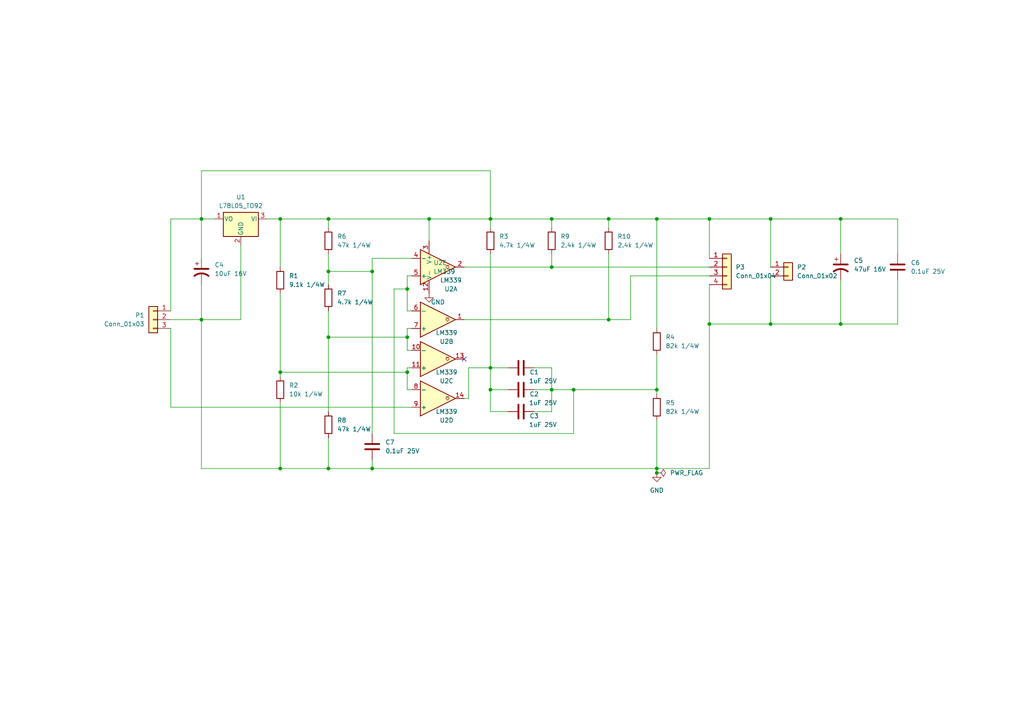
<source format=kicad_sch>
(kicad_sch (version 20230121) (generator eeschema)

  (uuid e4ab5cfb-7f74-4eb9-819c-2a3d7751ffe7)

  (paper "A4")

  (title_block
    (title "MagSense-SR")
    (rev "A")
  )

  (lib_symbols
    (symbol "Comparator:LM339" (pin_names (offset 0.127)) (in_bom yes) (on_board yes)
      (property "Reference" "U" (at 0 5.08 0)
        (effects (font (size 1.27 1.27)) (justify left))
      )
      (property "Value" "LM339" (at 0 -5.08 0)
        (effects (font (size 1.27 1.27)) (justify left))
      )
      (property "Footprint" "" (at -1.27 2.54 0)
        (effects (font (size 1.27 1.27)) hide)
      )
      (property "Datasheet" "https://www.st.com/resource/en/datasheet/lm139.pdf" (at 1.27 5.08 0)
        (effects (font (size 1.27 1.27)) hide)
      )
      (property "ki_locked" "" (at 0 0 0)
        (effects (font (size 1.27 1.27)))
      )
      (property "ki_keywords" "cmp open collector" (at 0 0 0)
        (effects (font (size 1.27 1.27)) hide)
      )
      (property "ki_description" "Quad Differential Comparators, SOIC-14/TSSOP-14" (at 0 0 0)
        (effects (font (size 1.27 1.27)) hide)
      )
      (property "ki_fp_filters" "SOIC*3.9x8.7mm*P1.27mm* TSSOP*4.4x5mm*P0.65mm*" (at 0 0 0)
        (effects (font (size 1.27 1.27)) hide)
      )
      (symbol "LM339_1_1"
        (polyline
          (pts
            (xy -5.08 5.08)
            (xy 5.08 0)
            (xy -5.08 -5.08)
            (xy -5.08 5.08)
          )
          (stroke (width 0.254) (type default))
          (fill (type background))
        )
        (polyline
          (pts
            (xy 3.302 -0.508)
            (xy 2.794 -0.508)
            (xy 3.302 0)
            (xy 2.794 0.508)
            (xy 2.286 0)
            (xy 2.794 -0.508)
            (xy 2.286 -0.508)
          )
          (stroke (width 0.127) (type default))
          (fill (type none))
        )
        (pin open_collector line (at 7.62 0 180) (length 2.54)
          (name "~" (effects (font (size 1.27 1.27))))
          (number "2" (effects (font (size 1.27 1.27))))
        )
        (pin input line (at -7.62 -2.54 0) (length 2.54)
          (name "-" (effects (font (size 1.27 1.27))))
          (number "4" (effects (font (size 1.27 1.27))))
        )
        (pin input line (at -7.62 2.54 0) (length 2.54)
          (name "+" (effects (font (size 1.27 1.27))))
          (number "5" (effects (font (size 1.27 1.27))))
        )
      )
      (symbol "LM339_2_1"
        (polyline
          (pts
            (xy -5.08 5.08)
            (xy 5.08 0)
            (xy -5.08 -5.08)
            (xy -5.08 5.08)
          )
          (stroke (width 0.254) (type default))
          (fill (type background))
        )
        (polyline
          (pts
            (xy 3.302 -0.508)
            (xy 2.794 -0.508)
            (xy 3.302 0)
            (xy 2.794 0.508)
            (xy 2.286 0)
            (xy 2.794 -0.508)
            (xy 2.286 -0.508)
          )
          (stroke (width 0.127) (type default))
          (fill (type none))
        )
        (pin open_collector line (at 7.62 0 180) (length 2.54)
          (name "~" (effects (font (size 1.27 1.27))))
          (number "1" (effects (font (size 1.27 1.27))))
        )
        (pin input line (at -7.62 -2.54 0) (length 2.54)
          (name "-" (effects (font (size 1.27 1.27))))
          (number "6" (effects (font (size 1.27 1.27))))
        )
        (pin input line (at -7.62 2.54 0) (length 2.54)
          (name "+" (effects (font (size 1.27 1.27))))
          (number "7" (effects (font (size 1.27 1.27))))
        )
      )
      (symbol "LM339_3_1"
        (polyline
          (pts
            (xy -5.08 5.08)
            (xy 5.08 0)
            (xy -5.08 -5.08)
            (xy -5.08 5.08)
          )
          (stroke (width 0.254) (type default))
          (fill (type background))
        )
        (polyline
          (pts
            (xy 3.302 -0.508)
            (xy 2.794 -0.508)
            (xy 3.302 0)
            (xy 2.794 0.508)
            (xy 2.286 0)
            (xy 2.794 -0.508)
            (xy 2.286 -0.508)
          )
          (stroke (width 0.127) (type default))
          (fill (type none))
        )
        (pin input line (at -7.62 -2.54 0) (length 2.54)
          (name "-" (effects (font (size 1.27 1.27))))
          (number "10" (effects (font (size 1.27 1.27))))
        )
        (pin input line (at -7.62 2.54 0) (length 2.54)
          (name "+" (effects (font (size 1.27 1.27))))
          (number "11" (effects (font (size 1.27 1.27))))
        )
        (pin open_collector line (at 7.62 0 180) (length 2.54)
          (name "~" (effects (font (size 1.27 1.27))))
          (number "13" (effects (font (size 1.27 1.27))))
        )
      )
      (symbol "LM339_4_1"
        (polyline
          (pts
            (xy -5.08 5.08)
            (xy 5.08 0)
            (xy -5.08 -5.08)
            (xy -5.08 5.08)
          )
          (stroke (width 0.254) (type default))
          (fill (type background))
        )
        (polyline
          (pts
            (xy 3.302 -0.508)
            (xy 2.794 -0.508)
            (xy 3.302 0)
            (xy 2.794 0.508)
            (xy 2.286 0)
            (xy 2.794 -0.508)
            (xy 2.286 -0.508)
          )
          (stroke (width 0.127) (type default))
          (fill (type none))
        )
        (pin open_collector line (at 7.62 0 180) (length 2.54)
          (name "~" (effects (font (size 1.27 1.27))))
          (number "14" (effects (font (size 1.27 1.27))))
        )
        (pin input line (at -7.62 -2.54 0) (length 2.54)
          (name "-" (effects (font (size 1.27 1.27))))
          (number "8" (effects (font (size 1.27 1.27))))
        )
        (pin input line (at -7.62 2.54 0) (length 2.54)
          (name "+" (effects (font (size 1.27 1.27))))
          (number "9" (effects (font (size 1.27 1.27))))
        )
      )
      (symbol "LM339_5_1"
        (pin power_in line (at -2.54 -7.62 90) (length 3.81)
          (name "V-" (effects (font (size 1.27 1.27))))
          (number "12" (effects (font (size 1.27 1.27))))
        )
        (pin power_in line (at -2.54 7.62 270) (length 3.81)
          (name "V+" (effects (font (size 1.27 1.27))))
          (number "3" (effects (font (size 1.27 1.27))))
        )
      )
    )
    (symbol "Connector_Generic:Conn_01x02" (pin_names (offset 1.016) hide) (in_bom yes) (on_board yes)
      (property "Reference" "J" (at 0 2.54 0)
        (effects (font (size 1.27 1.27)))
      )
      (property "Value" "Conn_01x02" (at 0 -5.08 0)
        (effects (font (size 1.27 1.27)))
      )
      (property "Footprint" "" (at 0 0 0)
        (effects (font (size 1.27 1.27)) hide)
      )
      (property "Datasheet" "~" (at 0 0 0)
        (effects (font (size 1.27 1.27)) hide)
      )
      (property "ki_keywords" "connector" (at 0 0 0)
        (effects (font (size 1.27 1.27)) hide)
      )
      (property "ki_description" "Generic connector, single row, 01x02, script generated (kicad-library-utils/schlib/autogen/connector/)" (at 0 0 0)
        (effects (font (size 1.27 1.27)) hide)
      )
      (property "ki_fp_filters" "Connector*:*_1x??_*" (at 0 0 0)
        (effects (font (size 1.27 1.27)) hide)
      )
      (symbol "Conn_01x02_1_1"
        (rectangle (start -1.27 -2.413) (end 0 -2.667)
          (stroke (width 0.1524) (type default))
          (fill (type none))
        )
        (rectangle (start -1.27 0.127) (end 0 -0.127)
          (stroke (width 0.1524) (type default))
          (fill (type none))
        )
        (rectangle (start -1.27 1.27) (end 1.27 -3.81)
          (stroke (width 0.254) (type default))
          (fill (type background))
        )
        (pin passive line (at -5.08 0 0) (length 3.81)
          (name "Pin_1" (effects (font (size 1.27 1.27))))
          (number "1" (effects (font (size 1.27 1.27))))
        )
        (pin passive line (at -5.08 -2.54 0) (length 3.81)
          (name "Pin_2" (effects (font (size 1.27 1.27))))
          (number "2" (effects (font (size 1.27 1.27))))
        )
      )
    )
    (symbol "Connector_Generic:Conn_01x03" (pin_names (offset 1.016) hide) (in_bom yes) (on_board yes)
      (property "Reference" "J" (at 0 5.08 0)
        (effects (font (size 1.27 1.27)))
      )
      (property "Value" "Conn_01x03" (at 0 -5.08 0)
        (effects (font (size 1.27 1.27)))
      )
      (property "Footprint" "" (at 0 0 0)
        (effects (font (size 1.27 1.27)) hide)
      )
      (property "Datasheet" "~" (at 0 0 0)
        (effects (font (size 1.27 1.27)) hide)
      )
      (property "ki_keywords" "connector" (at 0 0 0)
        (effects (font (size 1.27 1.27)) hide)
      )
      (property "ki_description" "Generic connector, single row, 01x03, script generated (kicad-library-utils/schlib/autogen/connector/)" (at 0 0 0)
        (effects (font (size 1.27 1.27)) hide)
      )
      (property "ki_fp_filters" "Connector*:*_1x??_*" (at 0 0 0)
        (effects (font (size 1.27 1.27)) hide)
      )
      (symbol "Conn_01x03_1_1"
        (rectangle (start -1.27 -2.413) (end 0 -2.667)
          (stroke (width 0.1524) (type default))
          (fill (type none))
        )
        (rectangle (start -1.27 0.127) (end 0 -0.127)
          (stroke (width 0.1524) (type default))
          (fill (type none))
        )
        (rectangle (start -1.27 2.667) (end 0 2.413)
          (stroke (width 0.1524) (type default))
          (fill (type none))
        )
        (rectangle (start -1.27 3.81) (end 1.27 -3.81)
          (stroke (width 0.254) (type default))
          (fill (type background))
        )
        (pin passive line (at -5.08 2.54 0) (length 3.81)
          (name "Pin_1" (effects (font (size 1.27 1.27))))
          (number "1" (effects (font (size 1.27 1.27))))
        )
        (pin passive line (at -5.08 0 0) (length 3.81)
          (name "Pin_2" (effects (font (size 1.27 1.27))))
          (number "2" (effects (font (size 1.27 1.27))))
        )
        (pin passive line (at -5.08 -2.54 0) (length 3.81)
          (name "Pin_3" (effects (font (size 1.27 1.27))))
          (number "3" (effects (font (size 1.27 1.27))))
        )
      )
    )
    (symbol "Connector_Generic:Conn_01x04" (pin_names (offset 1.016) hide) (in_bom yes) (on_board yes)
      (property "Reference" "J" (at 0 5.08 0)
        (effects (font (size 1.27 1.27)))
      )
      (property "Value" "Conn_01x04" (at 0 -7.62 0)
        (effects (font (size 1.27 1.27)))
      )
      (property "Footprint" "" (at 0 0 0)
        (effects (font (size 1.27 1.27)) hide)
      )
      (property "Datasheet" "~" (at 0 0 0)
        (effects (font (size 1.27 1.27)) hide)
      )
      (property "ki_keywords" "connector" (at 0 0 0)
        (effects (font (size 1.27 1.27)) hide)
      )
      (property "ki_description" "Generic connector, single row, 01x04, script generated (kicad-library-utils/schlib/autogen/connector/)" (at 0 0 0)
        (effects (font (size 1.27 1.27)) hide)
      )
      (property "ki_fp_filters" "Connector*:*_1x??_*" (at 0 0 0)
        (effects (font (size 1.27 1.27)) hide)
      )
      (symbol "Conn_01x04_1_1"
        (rectangle (start -1.27 -4.953) (end 0 -5.207)
          (stroke (width 0.1524) (type default))
          (fill (type none))
        )
        (rectangle (start -1.27 -2.413) (end 0 -2.667)
          (stroke (width 0.1524) (type default))
          (fill (type none))
        )
        (rectangle (start -1.27 0.127) (end 0 -0.127)
          (stroke (width 0.1524) (type default))
          (fill (type none))
        )
        (rectangle (start -1.27 2.667) (end 0 2.413)
          (stroke (width 0.1524) (type default))
          (fill (type none))
        )
        (rectangle (start -1.27 3.81) (end 1.27 -6.35)
          (stroke (width 0.254) (type default))
          (fill (type background))
        )
        (pin passive line (at -5.08 2.54 0) (length 3.81)
          (name "Pin_1" (effects (font (size 1.27 1.27))))
          (number "1" (effects (font (size 1.27 1.27))))
        )
        (pin passive line (at -5.08 0 0) (length 3.81)
          (name "Pin_2" (effects (font (size 1.27 1.27))))
          (number "2" (effects (font (size 1.27 1.27))))
        )
        (pin passive line (at -5.08 -2.54 0) (length 3.81)
          (name "Pin_3" (effects (font (size 1.27 1.27))))
          (number "3" (effects (font (size 1.27 1.27))))
        )
        (pin passive line (at -5.08 -5.08 0) (length 3.81)
          (name "Pin_4" (effects (font (size 1.27 1.27))))
          (number "4" (effects (font (size 1.27 1.27))))
        )
      )
    )
    (symbol "Device:C" (pin_numbers hide) (pin_names (offset 0.254)) (in_bom yes) (on_board yes)
      (property "Reference" "C" (at 0.635 2.54 0)
        (effects (font (size 1.27 1.27)) (justify left))
      )
      (property "Value" "C" (at 0.635 -2.54 0)
        (effects (font (size 1.27 1.27)) (justify left))
      )
      (property "Footprint" "" (at 0.9652 -3.81 0)
        (effects (font (size 1.27 1.27)) hide)
      )
      (property "Datasheet" "~" (at 0 0 0)
        (effects (font (size 1.27 1.27)) hide)
      )
      (property "ki_keywords" "cap capacitor" (at 0 0 0)
        (effects (font (size 1.27 1.27)) hide)
      )
      (property "ki_description" "Unpolarized capacitor" (at 0 0 0)
        (effects (font (size 1.27 1.27)) hide)
      )
      (property "ki_fp_filters" "C_*" (at 0 0 0)
        (effects (font (size 1.27 1.27)) hide)
      )
      (symbol "C_0_1"
        (polyline
          (pts
            (xy -2.032 -0.762)
            (xy 2.032 -0.762)
          )
          (stroke (width 0.508) (type default))
          (fill (type none))
        )
        (polyline
          (pts
            (xy -2.032 0.762)
            (xy 2.032 0.762)
          )
          (stroke (width 0.508) (type default))
          (fill (type none))
        )
      )
      (symbol "C_1_1"
        (pin passive line (at 0 3.81 270) (length 2.794)
          (name "~" (effects (font (size 1.27 1.27))))
          (number "1" (effects (font (size 1.27 1.27))))
        )
        (pin passive line (at 0 -3.81 90) (length 2.794)
          (name "~" (effects (font (size 1.27 1.27))))
          (number "2" (effects (font (size 1.27 1.27))))
        )
      )
    )
    (symbol "Device:C_Polarized_US" (pin_numbers hide) (pin_names (offset 0.254) hide) (in_bom yes) (on_board yes)
      (property "Reference" "C" (at 0.635 2.54 0)
        (effects (font (size 1.27 1.27)) (justify left))
      )
      (property "Value" "C_Polarized_US" (at 0.635 -2.54 0)
        (effects (font (size 1.27 1.27)) (justify left))
      )
      (property "Footprint" "" (at 0 0 0)
        (effects (font (size 1.27 1.27)) hide)
      )
      (property "Datasheet" "~" (at 0 0 0)
        (effects (font (size 1.27 1.27)) hide)
      )
      (property "ki_keywords" "cap capacitor" (at 0 0 0)
        (effects (font (size 1.27 1.27)) hide)
      )
      (property "ki_description" "Polarized capacitor, US symbol" (at 0 0 0)
        (effects (font (size 1.27 1.27)) hide)
      )
      (property "ki_fp_filters" "CP_*" (at 0 0 0)
        (effects (font (size 1.27 1.27)) hide)
      )
      (symbol "C_Polarized_US_0_1"
        (polyline
          (pts
            (xy -2.032 0.762)
            (xy 2.032 0.762)
          )
          (stroke (width 0.508) (type default))
          (fill (type none))
        )
        (polyline
          (pts
            (xy -1.778 2.286)
            (xy -0.762 2.286)
          )
          (stroke (width 0) (type default))
          (fill (type none))
        )
        (polyline
          (pts
            (xy -1.27 1.778)
            (xy -1.27 2.794)
          )
          (stroke (width 0) (type default))
          (fill (type none))
        )
        (arc (start 2.032 -1.27) (mid 0 -0.5572) (end -2.032 -1.27)
          (stroke (width 0.508) (type default))
          (fill (type none))
        )
      )
      (symbol "C_Polarized_US_1_1"
        (pin passive line (at 0 3.81 270) (length 2.794)
          (name "~" (effects (font (size 1.27 1.27))))
          (number "1" (effects (font (size 1.27 1.27))))
        )
        (pin passive line (at 0 -3.81 90) (length 3.302)
          (name "~" (effects (font (size 1.27 1.27))))
          (number "2" (effects (font (size 1.27 1.27))))
        )
      )
    )
    (symbol "Device:R" (pin_numbers hide) (pin_names (offset 0)) (in_bom yes) (on_board yes)
      (property "Reference" "R" (at 2.032 0 90)
        (effects (font (size 1.27 1.27)))
      )
      (property "Value" "R" (at 0 0 90)
        (effects (font (size 1.27 1.27)))
      )
      (property "Footprint" "" (at -1.778 0 90)
        (effects (font (size 1.27 1.27)) hide)
      )
      (property "Datasheet" "~" (at 0 0 0)
        (effects (font (size 1.27 1.27)) hide)
      )
      (property "ki_keywords" "R res resistor" (at 0 0 0)
        (effects (font (size 1.27 1.27)) hide)
      )
      (property "ki_description" "Resistor" (at 0 0 0)
        (effects (font (size 1.27 1.27)) hide)
      )
      (property "ki_fp_filters" "R_*" (at 0 0 0)
        (effects (font (size 1.27 1.27)) hide)
      )
      (symbol "R_0_1"
        (rectangle (start -1.016 -2.54) (end 1.016 2.54)
          (stroke (width 0.254) (type default))
          (fill (type none))
        )
      )
      (symbol "R_1_1"
        (pin passive line (at 0 3.81 270) (length 1.27)
          (name "~" (effects (font (size 1.27 1.27))))
          (number "1" (effects (font (size 1.27 1.27))))
        )
        (pin passive line (at 0 -3.81 90) (length 1.27)
          (name "~" (effects (font (size 1.27 1.27))))
          (number "2" (effects (font (size 1.27 1.27))))
        )
      )
    )
    (symbol "Regulator_Linear:L78L05_TO92" (pin_names (offset 0.254)) (in_bom yes) (on_board yes)
      (property "Reference" "U" (at -3.81 3.175 0)
        (effects (font (size 1.27 1.27)))
      )
      (property "Value" "L78L05_TO92" (at 0 3.175 0)
        (effects (font (size 1.27 1.27)) (justify left))
      )
      (property "Footprint" "Package_TO_SOT_THT:TO-92_Inline" (at 0 5.715 0)
        (effects (font (size 1.27 1.27) italic) hide)
      )
      (property "Datasheet" "http://www.st.com/content/ccc/resource/technical/document/datasheet/15/55/e5/aa/23/5b/43/fd/CD00000446.pdf/files/CD00000446.pdf/jcr:content/translations/en.CD00000446.pdf" (at 0 -1.27 0)
        (effects (font (size 1.27 1.27)) hide)
      )
      (property "ki_keywords" "Voltage Regulator 100mA Positive" (at 0 0 0)
        (effects (font (size 1.27 1.27)) hide)
      )
      (property "ki_description" "Positive 100mA 30V Linear Regulator, Fixed Output 5V, TO-92" (at 0 0 0)
        (effects (font (size 1.27 1.27)) hide)
      )
      (property "ki_fp_filters" "TO?92*" (at 0 0 0)
        (effects (font (size 1.27 1.27)) hide)
      )
      (symbol "L78L05_TO92_0_1"
        (rectangle (start -5.08 -5.08) (end 5.08 1.905)
          (stroke (width 0.254) (type default))
          (fill (type background))
        )
      )
      (symbol "L78L05_TO92_1_1"
        (pin power_out line (at 7.62 0 180) (length 2.54)
          (name "VO" (effects (font (size 1.27 1.27))))
          (number "1" (effects (font (size 1.27 1.27))))
        )
        (pin power_in line (at 0 -7.62 90) (length 2.54)
          (name "GND" (effects (font (size 1.27 1.27))))
          (number "2" (effects (font (size 1.27 1.27))))
        )
        (pin power_in line (at -7.62 0 0) (length 2.54)
          (name "VI" (effects (font (size 1.27 1.27))))
          (number "3" (effects (font (size 1.27 1.27))))
        )
      )
    )
    (symbol "power:GND" (power) (pin_names (offset 0)) (in_bom yes) (on_board yes)
      (property "Reference" "#PWR" (at 0 -6.35 0)
        (effects (font (size 1.27 1.27)) hide)
      )
      (property "Value" "GND" (at 0 -3.81 0)
        (effects (font (size 1.27 1.27)))
      )
      (property "Footprint" "" (at 0 0 0)
        (effects (font (size 1.27 1.27)) hide)
      )
      (property "Datasheet" "" (at 0 0 0)
        (effects (font (size 1.27 1.27)) hide)
      )
      (property "ki_keywords" "global power" (at 0 0 0)
        (effects (font (size 1.27 1.27)) hide)
      )
      (property "ki_description" "Power symbol creates a global label with name \"GND\" , ground" (at 0 0 0)
        (effects (font (size 1.27 1.27)) hide)
      )
      (symbol "GND_0_1"
        (polyline
          (pts
            (xy 0 0)
            (xy 0 -1.27)
            (xy 1.27 -1.27)
            (xy 0 -2.54)
            (xy -1.27 -1.27)
            (xy 0 -1.27)
          )
          (stroke (width 0) (type default))
          (fill (type none))
        )
      )
      (symbol "GND_1_1"
        (pin power_in line (at 0 0 270) (length 0) hide
          (name "GND" (effects (font (size 1.27 1.27))))
          (number "1" (effects (font (size 1.27 1.27))))
        )
      )
    )
    (symbol "power:PWR_FLAG" (power) (pin_numbers hide) (pin_names (offset 0) hide) (in_bom yes) (on_board yes)
      (property "Reference" "#FLG" (at 0 1.905 0)
        (effects (font (size 1.27 1.27)) hide)
      )
      (property "Value" "PWR_FLAG" (at 0 3.81 0)
        (effects (font (size 1.27 1.27)))
      )
      (property "Footprint" "" (at 0 0 0)
        (effects (font (size 1.27 1.27)) hide)
      )
      (property "Datasheet" "~" (at 0 0 0)
        (effects (font (size 1.27 1.27)) hide)
      )
      (property "ki_keywords" "flag power" (at 0 0 0)
        (effects (font (size 1.27 1.27)) hide)
      )
      (property "ki_description" "Special symbol for telling ERC where power comes from" (at 0 0 0)
        (effects (font (size 1.27 1.27)) hide)
      )
      (symbol "PWR_FLAG_0_0"
        (pin power_out line (at 0 0 90) (length 0)
          (name "pwr" (effects (font (size 1.27 1.27))))
          (number "1" (effects (font (size 1.27 1.27))))
        )
      )
      (symbol "PWR_FLAG_0_1"
        (polyline
          (pts
            (xy 0 0)
            (xy 0 1.27)
            (xy -1.016 1.905)
            (xy 0 2.54)
            (xy 1.016 1.905)
            (xy 0 1.27)
          )
          (stroke (width 0) (type default))
          (fill (type none))
        )
      )
    )
  )

  (junction (at 118.11 107.95) (diameter 0) (color 0 0 0 0)
    (uuid 0af18cbd-f800-492a-b4a5-ecdb48cd205f)
  )
  (junction (at 205.74 93.98) (diameter 0) (color 0 0 0 0)
    (uuid 0b850453-5780-4451-9347-2fbd30fb2f6a)
  )
  (junction (at 81.28 107.95) (diameter 0) (color 0 0 0 0)
    (uuid 1280f687-6ef5-4d07-bf97-3bf03131a694)
  )
  (junction (at 58.42 92.71) (diameter 0) (color 0 0 0 0)
    (uuid 1d20268c-b5ec-496a-9276-473c3f29d560)
  )
  (junction (at 205.74 63.5) (diameter 0) (color 0 0 0 0)
    (uuid 1e63c505-81a2-44fe-9295-f5e20acd7b5a)
  )
  (junction (at 190.5 137.16) (diameter 0) (color 0 0 0 0)
    (uuid 367dfe0e-f4cf-467f-bc50-dda5683db3e0)
  )
  (junction (at 58.42 63.5) (diameter 0) (color 0 0 0 0)
    (uuid 4767ab5d-4f7c-4df4-835e-a0acb2fa3f60)
  )
  (junction (at 95.25 78.74) (diameter 0) (color 0 0 0 0)
    (uuid 48f830a5-3739-4f0b-b813-2de319cdf0f0)
  )
  (junction (at 118.11 97.79) (diameter 0) (color 0 0 0 0)
    (uuid 4a8becb8-cfa2-4852-afe5-d6130cb14118)
  )
  (junction (at 243.84 93.98) (diameter 0) (color 0 0 0 0)
    (uuid 5922820a-45fc-4cef-a8de-b6f87cc3c6ef)
  )
  (junction (at 160.02 113.03) (diameter 0) (color 0 0 0 0)
    (uuid 5cc53397-f831-4387-bdf5-b8098ae3079f)
  )
  (junction (at 176.53 92.71) (diameter 0) (color 0 0 0 0)
    (uuid 5fb95fa6-e4cd-4d81-9af3-fa2a77286090)
  )
  (junction (at 160.02 63.5) (diameter 0) (color 0 0 0 0)
    (uuid 62ac80d3-a0d5-4198-86ce-3ddeb18e3885)
  )
  (junction (at 243.84 63.5) (diameter 0) (color 0 0 0 0)
    (uuid 705799ab-ecc4-4830-ac81-d1821bdc4526)
  )
  (junction (at 190.5 113.03) (diameter 0) (color 0 0 0 0)
    (uuid 71d6e631-fc73-4307-8e15-2e3bc1b39914)
  )
  (junction (at 142.24 113.03) (diameter 0) (color 0 0 0 0)
    (uuid 75561f79-58d0-409b-ab49-e5b43c9f4d15)
  )
  (junction (at 176.53 63.5) (diameter 0) (color 0 0 0 0)
    (uuid 7ef902a5-150c-4e37-aa5f-edd21fa025ee)
  )
  (junction (at 118.11 83.82) (diameter 0) (color 0 0 0 0)
    (uuid 91ad7d54-a67e-496f-ac48-3743de6481e2)
  )
  (junction (at 142.24 63.5) (diameter 0) (color 0 0 0 0)
    (uuid 948c8430-6a43-48c5-84b7-c3447c3eed74)
  )
  (junction (at 81.28 63.5) (diameter 0) (color 0 0 0 0)
    (uuid 94e4cd6f-5997-43b6-9a29-8a4dc6b0580c)
  )
  (junction (at 223.52 93.98) (diameter 0) (color 0 0 0 0)
    (uuid 9ab5379d-09ad-4e54-9f9a-f4a81c134dad)
  )
  (junction (at 166.37 113.03) (diameter 0) (color 0 0 0 0)
    (uuid 9c5a2d4f-127f-4e75-ab51-4d56e8d2419b)
  )
  (junction (at 95.25 97.79) (diameter 0) (color 0 0 0 0)
    (uuid a1b5b7a9-0062-4585-b116-3380497f8baa)
  )
  (junction (at 95.25 63.5) (diameter 0) (color 0 0 0 0)
    (uuid b25927dd-7c02-42e0-8f03-f395611d9796)
  )
  (junction (at 107.95 135.89) (diameter 0) (color 0 0 0 0)
    (uuid b8c0b395-de85-45a9-8722-3d45e6236eff)
  )
  (junction (at 124.46 63.5) (diameter 0) (color 0 0 0 0)
    (uuid beae14f5-8ece-4bab-abf2-042030bb2b25)
  )
  (junction (at 190.5 63.5) (diameter 0) (color 0 0 0 0)
    (uuid ce27d7d4-e660-4994-b552-10280f8d56fd)
  )
  (junction (at 160.02 77.47) (diameter 0) (color 0 0 0 0)
    (uuid d0d032f7-1314-4ed3-8d3c-ca2d5a672cc2)
  )
  (junction (at 223.52 63.5) (diameter 0) (color 0 0 0 0)
    (uuid dea64e27-0aa8-45b8-ba5a-6b10c1709bd0)
  )
  (junction (at 142.24 106.68) (diameter 0) (color 0 0 0 0)
    (uuid e3f83473-fed4-41d2-ab36-a3386a3048e9)
  )
  (junction (at 95.25 135.89) (diameter 0) (color 0 0 0 0)
    (uuid efab35e1-db0e-45c0-aec3-258f7c3b1495)
  )
  (junction (at 190.5 135.89) (diameter 0) (color 0 0 0 0)
    (uuid f4955212-3b6c-4d1e-8ce4-cc264e90e040)
  )
  (junction (at 81.28 135.89) (diameter 0) (color 0 0 0 0)
    (uuid f89ae157-3d24-4558-9c23-f459475c4b55)
  )
  (junction (at 107.95 78.74) (diameter 0) (color 0 0 0 0)
    (uuid fbdb4980-c8ac-42a2-8375-451bf71a276c)
  )

  (no_connect (at 134.62 104.14) (uuid 08dde7b8-ff34-45ff-9231-9124c2141d96))

  (wire (pts (xy 58.42 92.71) (xy 58.42 135.89))
    (stroke (width 0) (type default))
    (uuid 0324e654-0ce0-4275-bb35-08434c95b2ae)
  )
  (wire (pts (xy 58.42 49.53) (xy 58.42 63.5))
    (stroke (width 0) (type default))
    (uuid 038ebef0-acb2-4104-96eb-17ec7e503f93)
  )
  (wire (pts (xy 205.74 63.5) (xy 205.74 74.93))
    (stroke (width 0) (type default))
    (uuid 04c4b1bc-1037-4bba-bfdc-ab876b97b833)
  )
  (wire (pts (xy 182.88 92.71) (xy 182.88 80.01))
    (stroke (width 0) (type default))
    (uuid 069eaadb-65e1-45e7-9bf9-158fa99aeab1)
  )
  (wire (pts (xy 160.02 73.66) (xy 160.02 77.47))
    (stroke (width 0) (type default))
    (uuid 0711f1dd-3522-49f6-8949-00ee765f8e1c)
  )
  (wire (pts (xy 142.24 106.68) (xy 147.32 106.68))
    (stroke (width 0) (type default))
    (uuid 07751f95-f6e0-4a0c-ae0b-735c999f2d8d)
  )
  (wire (pts (xy 107.95 135.89) (xy 190.5 135.89))
    (stroke (width 0) (type default))
    (uuid 0f8232c6-d075-4ce2-8525-cd80d2937deb)
  )
  (wire (pts (xy 223.52 93.98) (xy 243.84 93.98))
    (stroke (width 0) (type default))
    (uuid 14ac6465-3d44-437b-ae80-b28cc9deef45)
  )
  (wire (pts (xy 107.95 74.93) (xy 107.95 78.74))
    (stroke (width 0) (type default))
    (uuid 15aedee4-a80c-47b3-9990-fd2efa88982f)
  )
  (wire (pts (xy 160.02 113.03) (xy 166.37 113.03))
    (stroke (width 0) (type default))
    (uuid 1c4a1de7-f1c2-4d24-acce-60d7b247fd7e)
  )
  (wire (pts (xy 107.95 78.74) (xy 95.25 78.74))
    (stroke (width 0) (type default))
    (uuid 1fe68f0b-3cc0-43ab-b2e1-660ee545e062)
  )
  (wire (pts (xy 142.24 49.53) (xy 142.24 63.5))
    (stroke (width 0) (type default))
    (uuid 20ad2a02-18fe-4fd0-97aa-765d626ee5ff)
  )
  (wire (pts (xy 118.11 83.82) (xy 118.11 90.17))
    (stroke (width 0) (type default))
    (uuid 214e6f0d-5549-4051-ba85-fa7f5cde28d1)
  )
  (wire (pts (xy 58.42 135.89) (xy 81.28 135.89))
    (stroke (width 0) (type default))
    (uuid 23afc761-6a4a-4578-892e-54d5e6644570)
  )
  (wire (pts (xy 95.25 73.66) (xy 95.25 78.74))
    (stroke (width 0) (type default))
    (uuid 258961dd-07c8-4058-8f03-854f737ce1b8)
  )
  (wire (pts (xy 160.02 77.47) (xy 205.74 77.47))
    (stroke (width 0) (type default))
    (uuid 2d935462-f2ea-42ae-8eba-8720fe62791b)
  )
  (wire (pts (xy 190.5 63.5) (xy 205.74 63.5))
    (stroke (width 0) (type default))
    (uuid 2dd6aafe-73f8-4b22-810b-de93d8df0b97)
  )
  (wire (pts (xy 243.84 63.5) (xy 260.35 63.5))
    (stroke (width 0) (type default))
    (uuid 2f547bb4-7eac-4f85-93b6-73cbcf2dcafa)
  )
  (wire (pts (xy 49.53 95.25) (xy 49.53 118.11))
    (stroke (width 0) (type default))
    (uuid 32982ae9-697d-4ec1-ada5-16ee7b866ac8)
  )
  (wire (pts (xy 243.84 81.28) (xy 243.84 93.98))
    (stroke (width 0) (type default))
    (uuid 37419540-633b-42e2-a6e7-9195c23cd025)
  )
  (wire (pts (xy 118.11 113.03) (xy 119.38 113.03))
    (stroke (width 0) (type default))
    (uuid 3808412d-dbf9-4503-9cf4-75e17852f34c)
  )
  (wire (pts (xy 77.47 63.5) (xy 81.28 63.5))
    (stroke (width 0) (type default))
    (uuid 3a7eceee-4c30-4f49-a6c9-11824e20a37a)
  )
  (wire (pts (xy 118.11 106.68) (xy 118.11 107.95))
    (stroke (width 0) (type default))
    (uuid 3afbbf6c-f648-4dbd-a80d-7026a72b6c0b)
  )
  (wire (pts (xy 118.11 107.95) (xy 118.11 113.03))
    (stroke (width 0) (type default))
    (uuid 3b1a4014-f5a6-49f9-8554-0c1c921c271b)
  )
  (wire (pts (xy 62.23 63.5) (xy 58.42 63.5))
    (stroke (width 0) (type default))
    (uuid 40a26c54-d97d-4587-8b56-731d728cc845)
  )
  (wire (pts (xy 260.35 81.28) (xy 260.35 93.98))
    (stroke (width 0) (type default))
    (uuid 41065378-acf3-4a33-91bd-e5750a1878c7)
  )
  (wire (pts (xy 95.25 78.74) (xy 95.25 82.55))
    (stroke (width 0) (type default))
    (uuid 4210cf4e-3656-4e28-8f03-e6b07f41ba8a)
  )
  (wire (pts (xy 260.35 63.5) (xy 260.35 73.66))
    (stroke (width 0) (type default))
    (uuid 442cec72-380c-4ed0-b24d-0571e0d41dad)
  )
  (wire (pts (xy 260.35 93.98) (xy 243.84 93.98))
    (stroke (width 0) (type default))
    (uuid 4a901435-001c-4545-aa8a-0ae792856ebf)
  )
  (wire (pts (xy 81.28 135.89) (xy 95.25 135.89))
    (stroke (width 0) (type default))
    (uuid 4acd7421-be8f-480f-9dc5-abb5bfee40df)
  )
  (wire (pts (xy 135.89 115.57) (xy 135.89 106.68))
    (stroke (width 0) (type default))
    (uuid 4c59d2a7-70a2-4710-b36d-c92316ae1bad)
  )
  (wire (pts (xy 81.28 63.5) (xy 95.25 63.5))
    (stroke (width 0) (type default))
    (uuid 4d73a3bf-383c-4504-9863-1cba357fc0b5)
  )
  (wire (pts (xy 95.25 63.5) (xy 95.25 66.04))
    (stroke (width 0) (type default))
    (uuid 4f72fec6-8c75-4982-b4db-217012981a44)
  )
  (wire (pts (xy 58.42 49.53) (xy 142.24 49.53))
    (stroke (width 0) (type default))
    (uuid 594a6a2d-eb23-4bf2-8be3-b38b25cab294)
  )
  (wire (pts (xy 58.42 82.55) (xy 58.42 92.71))
    (stroke (width 0) (type default))
    (uuid 5b57d63b-ad8b-4a5a-b83a-09b0c22e54fe)
  )
  (wire (pts (xy 124.46 63.5) (xy 142.24 63.5))
    (stroke (width 0) (type default))
    (uuid 5b94d79c-b763-4bce-b4d2-8af976d4d131)
  )
  (wire (pts (xy 190.5 102.87) (xy 190.5 113.03))
    (stroke (width 0) (type default))
    (uuid 5c476383-3b6e-47ae-9030-de4d7ee2b4ca)
  )
  (wire (pts (xy 154.94 113.03) (xy 160.02 113.03))
    (stroke (width 0) (type default))
    (uuid 5fba141c-f034-4433-a7ad-205f51fee780)
  )
  (wire (pts (xy 134.62 115.57) (xy 135.89 115.57))
    (stroke (width 0) (type default))
    (uuid 61dd4432-2314-4c26-a0bd-12df1e39c86c)
  )
  (wire (pts (xy 118.11 90.17) (xy 119.38 90.17))
    (stroke (width 0) (type default))
    (uuid 66acc67a-149c-41b0-a2eb-b1ad11c43442)
  )
  (wire (pts (xy 205.74 63.5) (xy 223.52 63.5))
    (stroke (width 0) (type default))
    (uuid 68d37c7b-9bd8-431b-9291-d5f5367edc96)
  )
  (wire (pts (xy 166.37 113.03) (xy 190.5 113.03))
    (stroke (width 0) (type default))
    (uuid 6dde803b-9af2-4424-8794-0fc2066fac18)
  )
  (wire (pts (xy 81.28 107.95) (xy 81.28 109.22))
    (stroke (width 0) (type default))
    (uuid 6e4983ef-bb0d-4262-a2fe-a5a1e45b63e8)
  )
  (wire (pts (xy 142.24 63.5) (xy 142.24 66.04))
    (stroke (width 0) (type default))
    (uuid 6fc2d458-9d3c-4832-aae5-b1e499b941cf)
  )
  (wire (pts (xy 95.25 135.89) (xy 107.95 135.89))
    (stroke (width 0) (type default))
    (uuid 72671fab-ca8f-4503-bee4-6c912bee2fa7)
  )
  (wire (pts (xy 95.25 90.17) (xy 95.25 97.79))
    (stroke (width 0) (type default))
    (uuid 73c97206-cfb7-4103-9f89-0e3f10f020d4)
  )
  (wire (pts (xy 142.24 106.68) (xy 142.24 113.03))
    (stroke (width 0) (type default))
    (uuid 73ce7b02-15d1-4346-af74-0018e2277049)
  )
  (wire (pts (xy 118.11 97.79) (xy 118.11 101.6))
    (stroke (width 0) (type default))
    (uuid 743cef92-68c7-4244-bd28-7bb6a45adcc8)
  )
  (wire (pts (xy 95.25 97.79) (xy 118.11 97.79))
    (stroke (width 0) (type default))
    (uuid 75c5a858-1891-41ed-bcf5-5fa64c12f569)
  )
  (wire (pts (xy 176.53 63.5) (xy 176.53 66.04))
    (stroke (width 0) (type default))
    (uuid 771adbec-1a74-425b-b4b9-3f61819baf86)
  )
  (wire (pts (xy 160.02 113.03) (xy 160.02 119.38))
    (stroke (width 0) (type default))
    (uuid 7c1a7ff3-2919-48ff-9601-77d9198862b3)
  )
  (wire (pts (xy 154.94 106.68) (xy 160.02 106.68))
    (stroke (width 0) (type default))
    (uuid 7d206e6a-0b20-46ef-8558-b858dbe252e7)
  )
  (wire (pts (xy 205.74 93.98) (xy 223.52 93.98))
    (stroke (width 0) (type default))
    (uuid 7d370ef9-0983-46b3-99cc-8b67ae95c139)
  )
  (wire (pts (xy 58.42 63.5) (xy 58.42 74.93))
    (stroke (width 0) (type default))
    (uuid 7fe9b6a6-c14f-4d9f-b00f-ac1c6c0755d6)
  )
  (wire (pts (xy 176.53 92.71) (xy 182.88 92.71))
    (stroke (width 0) (type default))
    (uuid 811effda-6dea-4b57-a735-f3d1cabe92c9)
  )
  (wire (pts (xy 223.52 80.01) (xy 223.52 93.98))
    (stroke (width 0) (type default))
    (uuid 834e96ca-9a64-4bf6-aca3-18354cd371a2)
  )
  (wire (pts (xy 118.11 106.68) (xy 119.38 106.68))
    (stroke (width 0) (type default))
    (uuid 841a4f50-d84b-43cb-ab08-06fe8e0879cf)
  )
  (wire (pts (xy 160.02 63.5) (xy 160.02 66.04))
    (stroke (width 0) (type default))
    (uuid 8bb93196-2bcc-45f9-b7a4-a4f62702af22)
  )
  (wire (pts (xy 166.37 113.03) (xy 166.37 125.73))
    (stroke (width 0) (type default))
    (uuid 8c4aeffb-52c9-4471-ac30-9783f184b09c)
  )
  (wire (pts (xy 223.52 63.5) (xy 243.84 63.5))
    (stroke (width 0) (type default))
    (uuid 8d919e00-d5bc-434d-8348-87b4730af645)
  )
  (wire (pts (xy 49.53 118.11) (xy 119.38 118.11))
    (stroke (width 0) (type default))
    (uuid 8ef17c09-d444-4be6-b429-2663db9166d2)
  )
  (wire (pts (xy 134.62 92.71) (xy 176.53 92.71))
    (stroke (width 0) (type default))
    (uuid 915b9fb2-972a-40cc-9c2a-a75ce5b8b82a)
  )
  (wire (pts (xy 118.11 80.01) (xy 118.11 83.82))
    (stroke (width 0) (type default))
    (uuid 9319013a-bf55-4995-b8ba-5ed8696f8655)
  )
  (wire (pts (xy 142.24 73.66) (xy 142.24 106.68))
    (stroke (width 0) (type default))
    (uuid 93b0a48e-420d-4d44-9a90-74fd4ef8bee6)
  )
  (wire (pts (xy 118.11 101.6) (xy 119.38 101.6))
    (stroke (width 0) (type default))
    (uuid 94b963cd-cc34-470e-b9a7-935230240520)
  )
  (wire (pts (xy 160.02 106.68) (xy 160.02 113.03))
    (stroke (width 0) (type default))
    (uuid 9bec571e-0494-42bf-8ee6-2d50a72e4d61)
  )
  (wire (pts (xy 118.11 83.82) (xy 114.3 83.82))
    (stroke (width 0) (type default))
    (uuid 9c446293-767a-4dc1-92e4-b4e2f8359e45)
  )
  (wire (pts (xy 147.32 113.03) (xy 142.24 113.03))
    (stroke (width 0) (type default))
    (uuid 9d49e7aa-e313-4086-8088-9bcc924114ca)
  )
  (wire (pts (xy 58.42 63.5) (xy 49.53 63.5))
    (stroke (width 0) (type default))
    (uuid 9da05f06-8968-4256-8ad0-c75864122c2e)
  )
  (wire (pts (xy 190.5 113.03) (xy 190.5 114.3))
    (stroke (width 0) (type default))
    (uuid 9eed0b50-927c-4ddc-87ce-a1a38c0282fa)
  )
  (wire (pts (xy 190.5 63.5) (xy 190.5 95.25))
    (stroke (width 0) (type default))
    (uuid a644004c-b1dd-4f76-ab0f-339099bcca70)
  )
  (wire (pts (xy 176.53 73.66) (xy 176.53 92.71))
    (stroke (width 0) (type default))
    (uuid a7105235-47f8-449a-beaa-80a553069eb4)
  )
  (wire (pts (xy 154.94 119.38) (xy 160.02 119.38))
    (stroke (width 0) (type default))
    (uuid a9ac40f5-d500-48b3-b815-55dbf4ecaab2)
  )
  (wire (pts (xy 160.02 63.5) (xy 176.53 63.5))
    (stroke (width 0) (type default))
    (uuid ab0b7d36-b105-4291-a354-fde48e9da433)
  )
  (wire (pts (xy 190.5 121.92) (xy 190.5 135.89))
    (stroke (width 0) (type default))
    (uuid ac617554-594a-4112-bee9-9beca0ec369a)
  )
  (wire (pts (xy 243.84 63.5) (xy 243.84 73.66))
    (stroke (width 0) (type default))
    (uuid ad192939-f0ca-49f9-8d8b-a8624107a9b0)
  )
  (wire (pts (xy 142.24 113.03) (xy 142.24 119.38))
    (stroke (width 0) (type default))
    (uuid b8eb68c4-4536-4912-9990-5769f67ff469)
  )
  (wire (pts (xy 134.62 77.47) (xy 160.02 77.47))
    (stroke (width 0) (type default))
    (uuid bb533c8d-a716-4794-9914-f0c4a7aa8542)
  )
  (wire (pts (xy 49.53 92.71) (xy 58.42 92.71))
    (stroke (width 0) (type default))
    (uuid bf54a32f-c67c-4ec8-a651-5a0253fcdd1e)
  )
  (wire (pts (xy 223.52 63.5) (xy 223.52 77.47))
    (stroke (width 0) (type default))
    (uuid bfd33245-ab4c-45fe-9a7e-5a8d898d824f)
  )
  (wire (pts (xy 81.28 63.5) (xy 81.28 77.47))
    (stroke (width 0) (type default))
    (uuid bfdb8467-f866-4805-9e29-47244ef95190)
  )
  (wire (pts (xy 107.95 125.73) (xy 107.95 78.74))
    (stroke (width 0) (type default))
    (uuid c063cf56-af1f-47e7-b9ee-d640a190046e)
  )
  (wire (pts (xy 142.24 119.38) (xy 147.32 119.38))
    (stroke (width 0) (type default))
    (uuid c0bf582d-d6ab-4a5f-8646-e0bb5769ae5c)
  )
  (wire (pts (xy 95.25 97.79) (xy 95.25 119.38))
    (stroke (width 0) (type default))
    (uuid c27717e1-4886-497e-acd5-2d87b37c245a)
  )
  (wire (pts (xy 81.28 85.09) (xy 81.28 107.95))
    (stroke (width 0) (type default))
    (uuid c520aeee-bbed-40ce-857e-cc16b3f7934c)
  )
  (wire (pts (xy 69.85 71.12) (xy 69.85 92.71))
    (stroke (width 0) (type default))
    (uuid c5e8f765-ed99-4ff3-a39a-4960fad324f6)
  )
  (wire (pts (xy 118.11 95.25) (xy 118.11 97.79))
    (stroke (width 0) (type default))
    (uuid c685e681-d7cb-4dfa-9fb0-2e77937a809e)
  )
  (wire (pts (xy 81.28 107.95) (xy 118.11 107.95))
    (stroke (width 0) (type default))
    (uuid c69cece8-9b42-4633-8957-69d47c60c49e)
  )
  (wire (pts (xy 95.25 127) (xy 95.25 135.89))
    (stroke (width 0) (type default))
    (uuid c7043291-6c2e-45c9-808f-60d2176a8eef)
  )
  (wire (pts (xy 107.95 133.35) (xy 107.95 135.89))
    (stroke (width 0) (type default))
    (uuid c836ca78-568b-49dd-832f-b2929f5893bb)
  )
  (wire (pts (xy 142.24 63.5) (xy 160.02 63.5))
    (stroke (width 0) (type default))
    (uuid cddb90a5-002e-4820-b4e2-70853dd83127)
  )
  (wire (pts (xy 58.42 92.71) (xy 69.85 92.71))
    (stroke (width 0) (type default))
    (uuid d5042898-aeff-44c2-b8b3-95da0c8472ec)
  )
  (wire (pts (xy 119.38 95.25) (xy 118.11 95.25))
    (stroke (width 0) (type default))
    (uuid d8dd8cc5-8843-4219-aac7-d2d681724c59)
  )
  (wire (pts (xy 176.53 63.5) (xy 190.5 63.5))
    (stroke (width 0) (type default))
    (uuid d95e29f3-b1f1-4115-9f65-fc9f8e765f15)
  )
  (wire (pts (xy 118.11 80.01) (xy 119.38 80.01))
    (stroke (width 0) (type default))
    (uuid db071ab2-8f30-4c74-b8df-1f7da99ce4c3)
  )
  (wire (pts (xy 119.38 74.93) (xy 107.95 74.93))
    (stroke (width 0) (type default))
    (uuid dd5a0ec2-5994-4df0-875d-d5316cd852b1)
  )
  (wire (pts (xy 182.88 80.01) (xy 205.74 80.01))
    (stroke (width 0) (type default))
    (uuid e6f69fcd-9cc0-42a8-9c20-76acf447be88)
  )
  (wire (pts (xy 135.89 106.68) (xy 142.24 106.68))
    (stroke (width 0) (type default))
    (uuid e92285d3-b00a-4974-9667-4cd05df3aeaf)
  )
  (wire (pts (xy 190.5 137.16) (xy 190.5 135.89))
    (stroke (width 0) (type default))
    (uuid ecb736f1-fbe4-4062-b50e-2ce544cc3a98)
  )
  (wire (pts (xy 114.3 83.82) (xy 114.3 125.73))
    (stroke (width 0) (type default))
    (uuid eeb81a79-d344-45ac-a364-7192582e46a4)
  )
  (wire (pts (xy 95.25 63.5) (xy 124.46 63.5))
    (stroke (width 0) (type default))
    (uuid f0085121-2fce-4f96-935d-ad2e51345d1b)
  )
  (wire (pts (xy 49.53 63.5) (xy 49.53 90.17))
    (stroke (width 0) (type default))
    (uuid f45a250d-d02a-4e77-923a-6f01391b460e)
  )
  (wire (pts (xy 81.28 116.84) (xy 81.28 135.89))
    (stroke (width 0) (type default))
    (uuid f599eebd-f942-4f75-b0b2-f406b3ac82f0)
  )
  (wire (pts (xy 124.46 63.5) (xy 124.46 69.85))
    (stroke (width 0) (type default))
    (uuid f5a88c85-b435-4416-955c-1c8e5abd8323)
  )
  (wire (pts (xy 205.74 93.98) (xy 205.74 135.89))
    (stroke (width 0) (type default))
    (uuid f785c542-9c98-44a0-80fa-bd69918e6966)
  )
  (wire (pts (xy 190.5 135.89) (xy 205.74 135.89))
    (stroke (width 0) (type default))
    (uuid f9b3dd44-7c31-4032-b7eb-43e7b0c99cd2)
  )
  (wire (pts (xy 114.3 125.73) (xy 166.37 125.73))
    (stroke (width 0) (type default))
    (uuid fc373fab-f1c2-416f-8524-0dfbd3b2cef1)
  )
  (wire (pts (xy 205.74 82.55) (xy 205.74 93.98))
    (stroke (width 0) (type default))
    (uuid ffa88312-1c97-4c01-8940-95127c0f3441)
  )

  (symbol (lib_id "Connector_Generic:Conn_01x02") (at 228.6 77.47 0) (unit 1)
    (in_bom yes) (on_board yes) (dnp no) (fields_autoplaced)
    (uuid 04c83249-1796-4236-9fd3-728bd3e4b72e)
    (property "Reference" "P2" (at 231.14 77.47 0)
      (effects (font (size 1.27 1.27)) (justify left))
    )
    (property "Value" "Conn_01x02" (at 231.14 80.01 0)
      (effects (font (size 1.27 1.27)) (justify left))
    )
    (property "Footprint" "Connector_Wire:SolderWire-0.5sqmm_1x02_P4.6mm_D0.9mm_OD2.1mm" (at 228.6 77.47 0)
      (effects (font (size 1.27 1.27)) hide)
    )
    (property "Datasheet" "~" (at 228.6 77.47 0)
      (effects (font (size 1.27 1.27)) hide)
    )
    (pin "1" (uuid 46c18f6b-aadc-40a9-9959-b9402fa25874))
    (pin "2" (uuid 61a86ca6-1637-4c4f-8d11-34697fb3222f))
    (instances
      (project "FinalProject"
        (path "/e4ab5cfb-7f74-4eb9-819c-2a3d7751ffe7"
          (reference "P2") (unit 1)
        )
      )
    )
  )

  (symbol (lib_id "power:PWR_FLAG") (at 190.5 137.16 270) (unit 1)
    (in_bom yes) (on_board yes) (dnp no) (fields_autoplaced)
    (uuid 05491c55-1a58-4903-9578-13fc43ee691c)
    (property "Reference" "#FLG01" (at 192.405 137.16 0)
      (effects (font (size 1.27 1.27)) hide)
    )
    (property "Value" "PWR_FLAG" (at 194.31 137.16 90)
      (effects (font (size 1.27 1.27)) (justify left))
    )
    (property "Footprint" "" (at 190.5 137.16 0)
      (effects (font (size 1.27 1.27)) hide)
    )
    (property "Datasheet" "~" (at 190.5 137.16 0)
      (effects (font (size 1.27 1.27)) hide)
    )
    (pin "1" (uuid e538eab5-2a1c-4cf6-bcf1-191cbfd87e85))
    (instances
      (project "FinalProject"
        (path "/e4ab5cfb-7f74-4eb9-819c-2a3d7751ffe7"
          (reference "#FLG01") (unit 1)
        )
      )
    )
  )

  (symbol (lib_id "Device:C") (at 151.13 113.03 90) (unit 1)
    (in_bom yes) (on_board yes) (dnp no)
    (uuid 05c5ecd3-7d7b-4efb-8944-510dc01e623e)
    (property "Reference" "C2" (at 154.94 114.3 90)
      (effects (font (size 1.27 1.27)))
    )
    (property "Value" "1uF 25V" (at 157.48 116.84 90)
      (effects (font (size 1.27 1.27)))
    )
    (property "Footprint" "Capacitor_THT:C_Rect_L7.2mm_W3.5mm_P5.00mm_FKS2_FKP2_MKS2_MKP2" (at 154.94 112.0648 0)
      (effects (font (size 1.27 1.27)) hide)
    )
    (property "Datasheet" "~" (at 151.13 113.03 0)
      (effects (font (size 1.27 1.27)) hide)
    )
    (pin "1" (uuid 4b083d7b-336e-416c-b189-c1e62975cdd5))
    (pin "2" (uuid 7307e4a2-bfdc-4716-af5b-ed3f519cd97c))
    (instances
      (project "FinalProject"
        (path "/e4ab5cfb-7f74-4eb9-819c-2a3d7751ffe7"
          (reference "C2") (unit 1)
        )
      )
    )
  )

  (symbol (lib_id "power:GND") (at 190.5 137.16 0) (unit 1)
    (in_bom yes) (on_board yes) (dnp no) (fields_autoplaced)
    (uuid 0b2017a8-1fd3-4ee5-a251-f9690e67d6fc)
    (property "Reference" "#PWR01" (at 190.5 143.51 0)
      (effects (font (size 1.27 1.27)) hide)
    )
    (property "Value" "GND" (at 190.5 142.24 0)
      (effects (font (size 1.27 1.27)))
    )
    (property "Footprint" "" (at 190.5 137.16 0)
      (effects (font (size 1.27 1.27)) hide)
    )
    (property "Datasheet" "" (at 190.5 137.16 0)
      (effects (font (size 1.27 1.27)) hide)
    )
    (pin "1" (uuid 3361ef81-238c-442f-8d74-58115deea657))
    (instances
      (project "FinalProject"
        (path "/e4ab5cfb-7f74-4eb9-819c-2a3d7751ffe7"
          (reference "#PWR01") (unit 1)
        )
      )
    )
  )

  (symbol (lib_id "Device:R") (at 160.02 69.85 180) (unit 1)
    (in_bom yes) (on_board yes) (dnp no) (fields_autoplaced)
    (uuid 1210a2be-6c28-4eb7-8b2e-5a9a80d7ad1e)
    (property "Reference" "R9" (at 162.56 68.58 0)
      (effects (font (size 1.27 1.27)) (justify right))
    )
    (property "Value" "2.4k 1/4W" (at 162.56 71.12 0)
      (effects (font (size 1.27 1.27)) (justify right))
    )
    (property "Footprint" "Resistor_THT:R_Axial_DIN0207_L6.3mm_D2.5mm_P10.16mm_Horizontal" (at 161.798 69.85 90)
      (effects (font (size 1.27 1.27)) hide)
    )
    (property "Datasheet" "~" (at 160.02 69.85 0)
      (effects (font (size 1.27 1.27)) hide)
    )
    (pin "1" (uuid 100b953c-369c-4fdc-9776-2d55a882bce5))
    (pin "2" (uuid 822f6ecd-060c-426e-b864-ad84ccdd5893))
    (instances
      (project "FinalProject"
        (path "/e4ab5cfb-7f74-4eb9-819c-2a3d7751ffe7"
          (reference "R9") (unit 1)
        )
      )
    )
  )

  (symbol (lib_id "Comparator:LM339") (at 127 104.14 0) (mirror x) (unit 3)
    (in_bom yes) (on_board yes) (dnp no)
    (uuid 15b6014a-16b5-48ac-b724-c2dfd0ecc2ea)
    (property "Reference" "U2" (at 129.54 110.49 0)
      (effects (font (size 1.27 1.27)))
    )
    (property "Value" "LM339" (at 129.54 107.95 0)
      (effects (font (size 1.27 1.27)))
    )
    (property "Footprint" "Package_SO:SOIC-14_3.9x8.7mm_P1.27mm" (at 125.73 106.68 0)
      (effects (font (size 1.27 1.27)) hide)
    )
    (property "Datasheet" "https://www.st.com/resource/en/datasheet/lm139.pdf" (at 128.27 109.22 0)
      (effects (font (size 1.27 1.27)) hide)
    )
    (pin "2" (uuid 5ed43ce1-0594-424d-bad1-a2ed4b46cc85))
    (pin "4" (uuid a069d72e-c1f0-4549-b2ec-6adc74025291))
    (pin "5" (uuid dea622d9-96f6-4fd6-8316-446deb5d7d79))
    (pin "1" (uuid f71eb81e-4195-491d-8a59-de88c6ca3dd4))
    (pin "6" (uuid 51078bff-da24-40c4-b4fd-428b1dcf7d4f))
    (pin "7" (uuid 5fb872c2-8a90-4915-b19a-fd895f7ef81e))
    (pin "10" (uuid f1098468-18c6-46ba-88c3-dc0b85823658))
    (pin "11" (uuid 6ac4e82b-22b6-4d5e-b6d9-90685110920d))
    (pin "13" (uuid 9f9832b3-0b11-4472-a595-7928fff44ba4))
    (pin "14" (uuid 8d260165-a5a8-45a4-b5c4-ca8730e3f55c))
    (pin "8" (uuid 52b0f075-80f1-4ca0-b18a-b51006225133))
    (pin "9" (uuid cd2b8c8d-8981-4c4e-bed8-406f97ccd031))
    (pin "12" (uuid b96aa9f4-d3f6-4761-996b-11e95b1bf84d))
    (pin "3" (uuid bd554639-65ec-480b-b957-92c75471c54d))
    (instances
      (project "FinalProject"
        (path "/e4ab5cfb-7f74-4eb9-819c-2a3d7751ffe7"
          (reference "U2") (unit 3)
        )
      )
    )
  )

  (symbol (lib_id "Device:R") (at 95.25 86.36 180) (unit 1)
    (in_bom yes) (on_board yes) (dnp no) (fields_autoplaced)
    (uuid 1fd05f0d-40f2-41dd-842a-43f76dff6eab)
    (property "Reference" "R7" (at 97.79 85.09 0)
      (effects (font (size 1.27 1.27)) (justify right))
    )
    (property "Value" "4.7k 1/4W" (at 97.79 87.63 0)
      (effects (font (size 1.27 1.27)) (justify right))
    )
    (property "Footprint" "Resistor_THT:R_Axial_DIN0207_L6.3mm_D2.5mm_P10.16mm_Horizontal" (at 97.028 86.36 90)
      (effects (font (size 1.27 1.27)) hide)
    )
    (property "Datasheet" "~" (at 95.25 86.36 0)
      (effects (font (size 1.27 1.27)) hide)
    )
    (pin "1" (uuid d713598c-188f-4ece-bd96-72757b79306d))
    (pin "2" (uuid 917b3212-f305-4d2e-9009-d35ed0186384))
    (instances
      (project "FinalProject"
        (path "/e4ab5cfb-7f74-4eb9-819c-2a3d7751ffe7"
          (reference "R7") (unit 1)
        )
      )
    )
  )

  (symbol (lib_id "Comparator:LM339") (at 127 92.71 0) (mirror x) (unit 2)
    (in_bom yes) (on_board yes) (dnp no)
    (uuid 267813b3-a682-4d92-9929-40699edf4f81)
    (property "Reference" "U2" (at 129.54 99.06 0)
      (effects (font (size 1.27 1.27)))
    )
    (property "Value" "LM339" (at 129.54 96.52 0)
      (effects (font (size 1.27 1.27)))
    )
    (property "Footprint" "Package_SO:SOIC-14_3.9x8.7mm_P1.27mm" (at 125.73 95.25 0)
      (effects (font (size 1.27 1.27)) hide)
    )
    (property "Datasheet" "https://www.st.com/resource/en/datasheet/lm139.pdf" (at 128.27 97.79 0)
      (effects (font (size 1.27 1.27)) hide)
    )
    (pin "2" (uuid ef52c3a4-ddc0-4672-a758-e7f6cd9e3e77))
    (pin "4" (uuid 95fbd66e-6e8f-4c01-ac19-8bf2b03b0553))
    (pin "5" (uuid edcc8a23-3810-45c9-a985-83f21edd4ad3))
    (pin "1" (uuid 8aa4e25f-346e-4c6f-963e-0f37191094bf))
    (pin "6" (uuid 6c78a403-0909-443b-9703-94c72c46ee27))
    (pin "7" (uuid a305e5f3-9056-4428-baae-e747d28a9b87))
    (pin "10" (uuid b200f5ee-1731-467e-ab23-cc5bc58cdc4a))
    (pin "11" (uuid b057e716-10aa-4943-980c-37ce279d66bc))
    (pin "13" (uuid a7e274d7-b46f-47f8-bc25-be002f3f52ed))
    (pin "14" (uuid c511dc7c-72ac-4628-a7c0-cbe1517394f2))
    (pin "8" (uuid 2f420286-0714-48b7-9f9d-f67b84c355bc))
    (pin "9" (uuid de991959-ca15-4f0d-9346-069aa588d7ff))
    (pin "12" (uuid d5a246e2-bad1-4d55-ad91-03d3cc279628))
    (pin "3" (uuid 4114fc99-0a64-4b8c-b070-eeaaca39942b))
    (instances
      (project "FinalProject"
        (path "/e4ab5cfb-7f74-4eb9-819c-2a3d7751ffe7"
          (reference "U2") (unit 2)
        )
      )
    )
  )

  (symbol (lib_id "Regulator_Linear:L78L05_TO92") (at 69.85 63.5 0) (mirror y) (unit 1)
    (in_bom yes) (on_board yes) (dnp no)
    (uuid 27a113e4-5604-4459-a1ad-3b60b5c6a9db)
    (property "Reference" "U1" (at 69.85 57.15 0)
      (effects (font (size 1.27 1.27)))
    )
    (property "Value" "L78L05_TO92" (at 69.85 59.69 0)
      (effects (font (size 1.27 1.27)))
    )
    (property "Footprint" "Package_TO_SOT_THT:TO-92L_HandSolder" (at 69.85 57.785 0)
      (effects (font (size 1.27 1.27) italic) hide)
    )
    (property "Datasheet" "http://www.st.com/content/ccc/resource/technical/document/datasheet/15/55/e5/aa/23/5b/43/fd/CD00000446.pdf/files/CD00000446.pdf/jcr:content/translations/en.CD00000446.pdf" (at 69.85 64.77 0)
      (effects (font (size 1.27 1.27)) hide)
    )
    (pin "1" (uuid 1024d0b1-0165-4f71-8e9d-e1b9d0d8401d))
    (pin "2" (uuid 28aa5e0c-1030-44fc-8c55-69dde348da3f))
    (pin "3" (uuid aee75919-2d4c-49e1-90cf-a9f50cfe4e28))
    (instances
      (project "FinalProject"
        (path "/e4ab5cfb-7f74-4eb9-819c-2a3d7751ffe7"
          (reference "U1") (unit 1)
        )
      )
    )
  )

  (symbol (lib_id "Device:R") (at 81.28 81.28 180) (unit 1)
    (in_bom yes) (on_board yes) (dnp no) (fields_autoplaced)
    (uuid 41d27a86-75e1-417d-b46b-aa20adc2af38)
    (property "Reference" "R1" (at 83.82 80.01 0)
      (effects (font (size 1.27 1.27)) (justify right))
    )
    (property "Value" "9.1k 1/4W" (at 83.82 82.55 0)
      (effects (font (size 1.27 1.27)) (justify right))
    )
    (property "Footprint" "Resistor_THT:R_Axial_DIN0207_L6.3mm_D2.5mm_P10.16mm_Horizontal" (at 83.058 81.28 90)
      (effects (font (size 1.27 1.27)) hide)
    )
    (property "Datasheet" "~" (at 81.28 81.28 0)
      (effects (font (size 1.27 1.27)) hide)
    )
    (pin "1" (uuid cd96033e-408e-4c25-8f44-dd7f9b110d35))
    (pin "2" (uuid 02b8deba-4db0-457c-83f2-7272ddda342e))
    (instances
      (project "FinalProject"
        (path "/e4ab5cfb-7f74-4eb9-819c-2a3d7751ffe7"
          (reference "R1") (unit 1)
        )
      )
    )
  )

  (symbol (lib_id "Device:C") (at 260.35 77.47 0) (unit 1)
    (in_bom yes) (on_board yes) (dnp no) (fields_autoplaced)
    (uuid 46090c66-e450-4702-85dc-54a4a52f8ae7)
    (property "Reference" "C6" (at 264.16 76.2 0)
      (effects (font (size 1.27 1.27)) (justify left))
    )
    (property "Value" "0.1uF 25V" (at 264.16 78.74 0)
      (effects (font (size 1.27 1.27)) (justify left))
    )
    (property "Footprint" "Capacitor_THT:C_Rect_L7.2mm_W3.0mm_P5.00mm_FKS2_FKP2_MKS2_MKP2" (at 261.3152 81.28 0)
      (effects (font (size 1.27 1.27)) hide)
    )
    (property "Datasheet" "~" (at 260.35 77.47 0)
      (effects (font (size 1.27 1.27)) hide)
    )
    (pin "1" (uuid c7280084-beb6-43de-9654-1bcb551a9b89))
    (pin "2" (uuid 97baff7e-5629-4472-994f-aebed305d5cc))
    (instances
      (project "FinalProject"
        (path "/e4ab5cfb-7f74-4eb9-819c-2a3d7751ffe7"
          (reference "C6") (unit 1)
        )
      )
    )
  )

  (symbol (lib_id "Device:C") (at 107.95 129.54 0) (unit 1)
    (in_bom yes) (on_board yes) (dnp no)
    (uuid 5284aed5-5fc4-4e74-8ec4-5829fca9d27c)
    (property "Reference" "C7" (at 111.76 128.27 0)
      (effects (font (size 1.27 1.27)) (justify left))
    )
    (property "Value" "0.1uF 25V" (at 111.76 130.81 0)
      (effects (font (size 1.27 1.27)) (justify left))
    )
    (property "Footprint" "Capacitor_THT:C_Rect_L7.2mm_W3.0mm_P5.00mm_FKS2_FKP2_MKS2_MKP2" (at 108.9152 133.35 0)
      (effects (font (size 1.27 1.27)) hide)
    )
    (property "Datasheet" "~" (at 107.95 129.54 0)
      (effects (font (size 1.27 1.27)) hide)
    )
    (pin "1" (uuid 2ebfdea3-9739-4b66-89e7-7ead6a37fd85))
    (pin "2" (uuid 5b375ee8-9eac-42db-8374-398c066abf9b))
    (instances
      (project "FinalProject"
        (path "/e4ab5cfb-7f74-4eb9-819c-2a3d7751ffe7"
          (reference "C7") (unit 1)
        )
      )
    )
  )

  (symbol (lib_id "Device:C_Polarized_US") (at 58.42 78.74 0) (unit 1)
    (in_bom yes) (on_board yes) (dnp no) (fields_autoplaced)
    (uuid 7100cf78-11fa-4dd2-8569-c0d9a6a6e251)
    (property "Reference" "C4" (at 62.23 76.835 0)
      (effects (font (size 1.27 1.27)) (justify left))
    )
    (property "Value" "10uF 16V" (at 62.23 79.375 0)
      (effects (font (size 1.27 1.27)) (justify left))
    )
    (property "Footprint" "Capacitor_THT:CP_Radial_D5.0mm_P2.50mm" (at 58.42 78.74 0)
      (effects (font (size 1.27 1.27)) hide)
    )
    (property "Datasheet" "~" (at 58.42 78.74 0)
      (effects (font (size 1.27 1.27)) hide)
    )
    (pin "1" (uuid fa4b23fd-5662-4530-a680-e1b563a102c0))
    (pin "2" (uuid d876883b-3a93-4dd8-b1b3-fede8fc1932b))
    (instances
      (project "FinalProject"
        (path "/e4ab5cfb-7f74-4eb9-819c-2a3d7751ffe7"
          (reference "C4") (unit 1)
        )
      )
    )
  )

  (symbol (lib_id "Device:R") (at 176.53 69.85 180) (unit 1)
    (in_bom yes) (on_board yes) (dnp no) (fields_autoplaced)
    (uuid 75de5ea2-9514-4de4-9572-1b4984e6b77c)
    (property "Reference" "R10" (at 179.07 68.58 0)
      (effects (font (size 1.27 1.27)) (justify right))
    )
    (property "Value" "2.4k 1/4W" (at 179.07 71.12 0)
      (effects (font (size 1.27 1.27)) (justify right))
    )
    (property "Footprint" "Resistor_THT:R_Axial_DIN0207_L6.3mm_D2.5mm_P10.16mm_Horizontal" (at 178.308 69.85 90)
      (effects (font (size 1.27 1.27)) hide)
    )
    (property "Datasheet" "~" (at 176.53 69.85 0)
      (effects (font (size 1.27 1.27)) hide)
    )
    (pin "1" (uuid 59873215-eb57-4ae2-a659-82ab3cdc33b0))
    (pin "2" (uuid d2dc39b5-c5e0-4239-a7e4-72af101b5e7c))
    (instances
      (project "FinalProject"
        (path "/e4ab5cfb-7f74-4eb9-819c-2a3d7751ffe7"
          (reference "R10") (unit 1)
        )
      )
    )
  )

  (symbol (lib_id "Comparator:LM339") (at 127 115.57 0) (mirror x) (unit 4)
    (in_bom yes) (on_board yes) (dnp no)
    (uuid 7e6d3161-d2b6-4737-81b2-47785fee4d44)
    (property "Reference" "U2" (at 129.54 121.92 0)
      (effects (font (size 1.27 1.27)))
    )
    (property "Value" "LM339" (at 129.54 119.38 0)
      (effects (font (size 1.27 1.27)))
    )
    (property "Footprint" "Package_SO:SOIC-14_3.9x8.7mm_P1.27mm" (at 125.73 118.11 0)
      (effects (font (size 1.27 1.27)) hide)
    )
    (property "Datasheet" "https://www.st.com/resource/en/datasheet/lm139.pdf" (at 128.27 120.65 0)
      (effects (font (size 1.27 1.27)) hide)
    )
    (pin "2" (uuid d5e81ea6-fac9-4cab-be98-bf1c7f118baf))
    (pin "4" (uuid fb1b13ff-7cb7-467e-a476-bc42e4edaad6))
    (pin "5" (uuid 84e11642-e175-4d4a-baae-6acd72123f84))
    (pin "1" (uuid 07e78ca7-0848-4824-baa0-02ea527bda3d))
    (pin "6" (uuid fdcd66db-a0f2-45b5-b845-c465a038a33e))
    (pin "7" (uuid 2a08c096-67c0-4796-ae96-369156fda35b))
    (pin "10" (uuid 286c5d29-ac86-48dd-a602-22853873ff9b))
    (pin "11" (uuid 8cbd56eb-a4e3-4e52-8bfd-11be774cb69b))
    (pin "13" (uuid b9b7ee91-90ff-4744-889c-8fe1d40b0d94))
    (pin "14" (uuid 5ce22ba6-441f-44b6-9457-b8357ba1045d))
    (pin "8" (uuid 165b132d-7ed4-4e13-a128-03eb711596f1))
    (pin "9" (uuid 91256741-7a09-4947-9e32-a982488fb5c4))
    (pin "12" (uuid 9922073e-a646-4c54-bf43-af1c4d4ee495))
    (pin "3" (uuid fe359edb-7704-4102-9948-176f25c7858f))
    (instances
      (project "FinalProject"
        (path "/e4ab5cfb-7f74-4eb9-819c-2a3d7751ffe7"
          (reference "U2") (unit 4)
        )
      )
    )
  )

  (symbol (lib_id "Connector_Generic:Conn_01x04") (at 210.82 77.47 0) (unit 1)
    (in_bom yes) (on_board yes) (dnp no) (fields_autoplaced)
    (uuid 8111c401-a908-4b5e-b1cd-61f5df238e72)
    (property "Reference" "P3" (at 213.36 77.47 0)
      (effects (font (size 1.27 1.27)) (justify left))
    )
    (property "Value" "Conn_01x04" (at 213.36 80.01 0)
      (effects (font (size 1.27 1.27)) (justify left))
    )
    (property "Footprint" "Connector_PinHeader_2.54mm:PinHeader_1x04_P2.54mm_Vertical" (at 210.82 77.47 0)
      (effects (font (size 1.27 1.27)) hide)
    )
    (property "Datasheet" "~" (at 210.82 77.47 0)
      (effects (font (size 1.27 1.27)) hide)
    )
    (pin "1" (uuid fdecc838-3e98-4f08-ba56-8483cdf7c99c))
    (pin "2" (uuid 85277de5-ea7b-46a5-9c5e-c89045e31d9a))
    (pin "3" (uuid 87702054-f9e7-49c2-8632-6ddc14e47eb5))
    (pin "4" (uuid 28443f94-1748-4e63-ac09-5197dd26ff32))
    (instances
      (project "FinalProject"
        (path "/e4ab5cfb-7f74-4eb9-819c-2a3d7751ffe7"
          (reference "P3") (unit 1)
        )
      )
    )
  )

  (symbol (lib_id "Device:R") (at 95.25 69.85 180) (unit 1)
    (in_bom yes) (on_board yes) (dnp no) (fields_autoplaced)
    (uuid 844aa73a-3b4d-400b-ad87-f9e866e04f08)
    (property "Reference" "R6" (at 97.79 68.58 0)
      (effects (font (size 1.27 1.27)) (justify right))
    )
    (property "Value" "47k 1/4W" (at 97.79 71.12 0)
      (effects (font (size 1.27 1.27)) (justify right))
    )
    (property "Footprint" "Resistor_THT:R_Axial_DIN0207_L6.3mm_D2.5mm_P10.16mm_Horizontal" (at 97.028 69.85 90)
      (effects (font (size 1.27 1.27)) hide)
    )
    (property "Datasheet" "~" (at 95.25 69.85 0)
      (effects (font (size 1.27 1.27)) hide)
    )
    (pin "1" (uuid a70c11f7-80c5-4053-8583-c822406e30e2))
    (pin "2" (uuid 0679f50e-0ce7-43b6-82f6-dd81f9eb085d))
    (instances
      (project "FinalProject"
        (path "/e4ab5cfb-7f74-4eb9-819c-2a3d7751ffe7"
          (reference "R6") (unit 1)
        )
      )
    )
  )

  (symbol (lib_id "Device:R") (at 95.25 123.19 180) (unit 1)
    (in_bom yes) (on_board yes) (dnp no) (fields_autoplaced)
    (uuid 86fd7b69-db72-4877-9f77-bdc97308e1ef)
    (property "Reference" "R8" (at 97.79 121.92 0)
      (effects (font (size 1.27 1.27)) (justify right))
    )
    (property "Value" "47k 1/4W" (at 97.79 124.46 0)
      (effects (font (size 1.27 1.27)) (justify right))
    )
    (property "Footprint" "Resistor_THT:R_Axial_DIN0207_L6.3mm_D2.5mm_P10.16mm_Horizontal" (at 97.028 123.19 90)
      (effects (font (size 1.27 1.27)) hide)
    )
    (property "Datasheet" "~" (at 95.25 123.19 0)
      (effects (font (size 1.27 1.27)) hide)
    )
    (pin "1" (uuid ea7d540c-f8c9-4804-aea7-1684b98df369))
    (pin "2" (uuid 13ed8afc-55a7-4886-bb84-b9eb59612f4b))
    (instances
      (project "FinalProject"
        (path "/e4ab5cfb-7f74-4eb9-819c-2a3d7751ffe7"
          (reference "R8") (unit 1)
        )
      )
    )
  )

  (symbol (lib_id "Device:R") (at 190.5 99.06 180) (unit 1)
    (in_bom yes) (on_board yes) (dnp no) (fields_autoplaced)
    (uuid 8ac01fa3-2b26-4f1d-a08c-9dad6940df41)
    (property "Reference" "R4" (at 193.04 97.79 0)
      (effects (font (size 1.27 1.27)) (justify right))
    )
    (property "Value" "82k 1/4W" (at 193.04 100.33 0)
      (effects (font (size 1.27 1.27)) (justify right))
    )
    (property "Footprint" "Resistor_THT:R_Axial_DIN0207_L6.3mm_D2.5mm_P10.16mm_Horizontal" (at 192.278 99.06 90)
      (effects (font (size 1.27 1.27)) hide)
    )
    (property "Datasheet" "~" (at 190.5 99.06 0)
      (effects (font (size 1.27 1.27)) hide)
    )
    (pin "1" (uuid fb105302-34e8-456f-a8d2-190f8b968a6b))
    (pin "2" (uuid 2cc56ba0-6834-4811-b86f-2dee6b4ab350))
    (instances
      (project "FinalProject"
        (path "/e4ab5cfb-7f74-4eb9-819c-2a3d7751ffe7"
          (reference "R4") (unit 1)
        )
      )
    )
  )

  (symbol (lib_id "Connector_Generic:Conn_01x03") (at 44.45 92.71 0) (mirror y) (unit 1)
    (in_bom yes) (on_board yes) (dnp no)
    (uuid 9d22cb23-c7e9-4e6b-8926-3296b5300593)
    (property "Reference" "P1" (at 41.91 91.44 0)
      (effects (font (size 1.27 1.27)) (justify left))
    )
    (property "Value" "Conn_01x03" (at 41.91 93.98 0)
      (effects (font (size 1.27 1.27)) (justify left))
    )
    (property "Footprint" "Connector_PinHeader_2.54mm:PinHeader_1x03_P2.54mm_Vertical" (at 44.45 92.71 0)
      (effects (font (size 1.27 1.27)) hide)
    )
    (property "Datasheet" "~" (at 44.45 92.71 0)
      (effects (font (size 1.27 1.27)) hide)
    )
    (pin "1" (uuid 6d5a5bbd-48c1-4c48-90f7-021cd4744956))
    (pin "2" (uuid bb7b022c-2919-4337-b281-91c73cf43842))
    (pin "3" (uuid 81b4e234-b1b1-409b-a9c4-fbcc6d006ca8))
    (instances
      (project "FinalProject"
        (path "/e4ab5cfb-7f74-4eb9-819c-2a3d7751ffe7"
          (reference "P1") (unit 1)
        )
      )
    )
  )

  (symbol (lib_id "power:GND") (at 124.46 85.09 0) (unit 1)
    (in_bom yes) (on_board yes) (dnp no)
    (uuid a13d5271-a7e0-49ff-9fbd-dda182a6601a)
    (property "Reference" "#PWR02" (at 124.46 91.44 0)
      (effects (font (size 1.27 1.27)) hide)
    )
    (property "Value" "GND" (at 127 87.63 0)
      (effects (font (size 1.27 1.27)))
    )
    (property "Footprint" "" (at 124.46 85.09 0)
      (effects (font (size 1.27 1.27)) hide)
    )
    (property "Datasheet" "" (at 124.46 85.09 0)
      (effects (font (size 1.27 1.27)) hide)
    )
    (pin "1" (uuid 88c5ca37-c247-43d0-9d51-91d997ac1927))
    (instances
      (project "FinalProject"
        (path "/e4ab5cfb-7f74-4eb9-819c-2a3d7751ffe7"
          (reference "#PWR02") (unit 1)
        )
      )
    )
  )

  (symbol (lib_id "Comparator:LM339") (at 127 77.47 0) (unit 5)
    (in_bom yes) (on_board yes) (dnp no)
    (uuid a4aaff7b-d079-42a7-bd30-7b03a81a432e)
    (property "Reference" "U2" (at 125.73 76.2 0)
      (effects (font (size 1.27 1.27)) (justify left))
    )
    (property "Value" "LM339" (at 125.73 78.74 0)
      (effects (font (size 1.27 1.27)) (justify left))
    )
    (property "Footprint" "Package_SO:SOIC-14_3.9x8.7mm_P1.27mm" (at 125.73 74.93 0)
      (effects (font (size 1.27 1.27)) hide)
    )
    (property "Datasheet" "https://www.st.com/resource/en/datasheet/lm139.pdf" (at 128.27 72.39 0)
      (effects (font (size 1.27 1.27)) hide)
    )
    (pin "2" (uuid 2fc9f901-1a08-4e0f-b5f9-8ef5e9d1082c))
    (pin "4" (uuid 01dfb8b0-b1b1-4a70-9633-82e28ae496bb))
    (pin "5" (uuid aadd8ee4-e45e-4672-9804-8c0c1dbdfc75))
    (pin "1" (uuid 3efeb7e7-fa63-4ca8-a8da-b914b2893970))
    (pin "6" (uuid b61d7d0d-3087-4501-aa86-c8ffbd4fc8fb))
    (pin "7" (uuid 747751a1-033d-4658-ac69-9cdf263da590))
    (pin "10" (uuid b3489d9c-943b-4022-85ac-53e2b587cb86))
    (pin "11" (uuid 46c80b8b-e534-43f6-8e3d-09a44c9c8e0e))
    (pin "13" (uuid 6ffb2baa-11c3-4c63-8dd4-6c0e8b9768a2))
    (pin "14" (uuid acdfe4cb-9eca-42d9-9593-68a8b895e3fc))
    (pin "8" (uuid 4fadb1b4-2fd9-4768-8c73-b3db3e0651b0))
    (pin "9" (uuid 65c05237-fcbf-4cd1-ac1a-2821ea353bf9))
    (pin "12" (uuid 68771db5-ca06-4ae9-9ee8-9236669b46d9))
    (pin "3" (uuid fd6d43ab-c92f-4107-af6a-8d0e27f96048))
    (instances
      (project "FinalProject"
        (path "/e4ab5cfb-7f74-4eb9-819c-2a3d7751ffe7"
          (reference "U2") (unit 5)
        )
      )
    )
  )

  (symbol (lib_id "Comparator:LM339") (at 127 77.47 0) (mirror x) (unit 1)
    (in_bom yes) (on_board yes) (dnp no)
    (uuid a72c0ed6-9dd1-4b0b-8e4f-e48132dc45e1)
    (property "Reference" "U2" (at 130.81 83.82 0)
      (effects (font (size 1.27 1.27)))
    )
    (property "Value" "LM339" (at 130.81 81.28 0)
      (effects (font (size 1.27 1.27)))
    )
    (property "Footprint" "Package_SO:SOIC-14_3.9x8.7mm_P1.27mm" (at 125.73 80.01 0)
      (effects (font (size 1.27 1.27)) hide)
    )
    (property "Datasheet" "https://www.st.com/resource/en/datasheet/lm139.pdf" (at 128.27 82.55 0)
      (effects (font (size 1.27 1.27)) hide)
    )
    (pin "2" (uuid 0fbd85d6-9f17-4891-aba0-00426e65a1d7))
    (pin "4" (uuid a97a5bbc-5fd8-4499-9cdf-8572c813ca81))
    (pin "5" (uuid f5bd717d-674f-4868-823f-88126cdcf4e3))
    (pin "1" (uuid ea319da7-d917-414a-8b83-eae0e6d69510))
    (pin "6" (uuid 88be9aa2-a605-480b-a1be-5ca70d1d0af6))
    (pin "7" (uuid 708d57be-eaa1-4acd-a8ea-6706d370004d))
    (pin "10" (uuid 5701ae25-6143-40bd-a2e5-70e00982fbb5))
    (pin "11" (uuid 6c66bee5-e55d-4d6c-a297-e36b58e0505b))
    (pin "13" (uuid b0c65720-b4fa-48ae-adbe-2958484fb405))
    (pin "14" (uuid 103ea1f2-776f-4a19-8de5-af4145fb8cc0))
    (pin "8" (uuid b19ffbca-8c86-45f0-bd0e-9817d0c60674))
    (pin "9" (uuid f6b7e2a6-fb68-475b-a763-86b77cd67ce7))
    (pin "12" (uuid d1f3933d-f7d7-4e43-a381-8711402502d5))
    (pin "3" (uuid c3422f89-3b60-4b11-b82f-a0cfea5e2fc1))
    (instances
      (project "FinalProject"
        (path "/e4ab5cfb-7f74-4eb9-819c-2a3d7751ffe7"
          (reference "U2") (unit 1)
        )
      )
    )
  )

  (symbol (lib_id "Device:C_Polarized_US") (at 243.84 77.47 0) (unit 1)
    (in_bom yes) (on_board yes) (dnp no) (fields_autoplaced)
    (uuid ac0f7c14-3dbb-4d1c-8a9a-bcabe140fb28)
    (property "Reference" "C5" (at 247.65 75.565 0)
      (effects (font (size 1.27 1.27)) (justify left))
    )
    (property "Value" "47uF 16V" (at 247.65 78.105 0)
      (effects (font (size 1.27 1.27)) (justify left))
    )
    (property "Footprint" "Capacitor_THT:CP_Radial_D5.0mm_P2.50mm" (at 243.84 77.47 0)
      (effects (font (size 1.27 1.27)) hide)
    )
    (property "Datasheet" "~" (at 243.84 77.47 0)
      (effects (font (size 1.27 1.27)) hide)
    )
    (pin "1" (uuid a174cbd9-af5c-490b-8a91-98964ca3d460))
    (pin "2" (uuid b844d866-fdd6-4db6-bc28-5be279e3984e))
    (instances
      (project "FinalProject"
        (path "/e4ab5cfb-7f74-4eb9-819c-2a3d7751ffe7"
          (reference "C5") (unit 1)
        )
      )
    )
  )

  (symbol (lib_id "Device:R") (at 190.5 118.11 180) (unit 1)
    (in_bom yes) (on_board yes) (dnp no) (fields_autoplaced)
    (uuid c4089d67-0f3a-455a-b3d7-0188e87fd3d1)
    (property "Reference" "R5" (at 193.04 116.84 0)
      (effects (font (size 1.27 1.27)) (justify right))
    )
    (property "Value" "82k 1/4W" (at 193.04 119.38 0)
      (effects (font (size 1.27 1.27)) (justify right))
    )
    (property "Footprint" "Resistor_THT:R_Axial_DIN0207_L6.3mm_D2.5mm_P10.16mm_Horizontal" (at 192.278 118.11 90)
      (effects (font (size 1.27 1.27)) hide)
    )
    (property "Datasheet" "~" (at 190.5 118.11 0)
      (effects (font (size 1.27 1.27)) hide)
    )
    (pin "1" (uuid aac80a76-91cd-4e03-8644-8348d802e627))
    (pin "2" (uuid c08405bb-3580-4044-9442-04e5bc97a088))
    (instances
      (project "FinalProject"
        (path "/e4ab5cfb-7f74-4eb9-819c-2a3d7751ffe7"
          (reference "R5") (unit 1)
        )
      )
    )
  )

  (symbol (lib_id "Device:R") (at 81.28 113.03 180) (unit 1)
    (in_bom yes) (on_board yes) (dnp no) (fields_autoplaced)
    (uuid e190d253-3a35-45ed-beee-c58532009ab8)
    (property "Reference" "R2" (at 83.82 111.76 0)
      (effects (font (size 1.27 1.27)) (justify right))
    )
    (property "Value" "10k 1/4W" (at 83.82 114.3 0)
      (effects (font (size 1.27 1.27)) (justify right))
    )
    (property "Footprint" "Resistor_THT:R_Axial_DIN0207_L6.3mm_D2.5mm_P10.16mm_Horizontal" (at 83.058 113.03 90)
      (effects (font (size 1.27 1.27)) hide)
    )
    (property "Datasheet" "~" (at 81.28 113.03 0)
      (effects (font (size 1.27 1.27)) hide)
    )
    (pin "1" (uuid 04ba4aaa-9f51-4ed7-a95f-8fee43779275))
    (pin "2" (uuid 78b7ccd1-6462-4b0c-997a-3be0379bb2f6))
    (instances
      (project "FinalProject"
        (path "/e4ab5cfb-7f74-4eb9-819c-2a3d7751ffe7"
          (reference "R2") (unit 1)
        )
      )
    )
  )

  (symbol (lib_id "Device:R") (at 142.24 69.85 180) (unit 1)
    (in_bom yes) (on_board yes) (dnp no) (fields_autoplaced)
    (uuid eb550cd5-1020-4fbc-9b0a-4e26ec2774cb)
    (property "Reference" "R3" (at 144.78 68.58 0)
      (effects (font (size 1.27 1.27)) (justify right))
    )
    (property "Value" "4.7k 1/4W" (at 144.78 71.12 0)
      (effects (font (size 1.27 1.27)) (justify right))
    )
    (property "Footprint" "Resistor_THT:R_Axial_DIN0207_L6.3mm_D2.5mm_P10.16mm_Horizontal" (at 144.018 69.85 90)
      (effects (font (size 1.27 1.27)) hide)
    )
    (property "Datasheet" "~" (at 142.24 69.85 0)
      (effects (font (size 1.27 1.27)) hide)
    )
    (pin "1" (uuid a81415a4-3a7d-4809-8e44-f62a28aa5896))
    (pin "2" (uuid 81245b5d-3ed9-4de2-82f4-08a79236d820))
    (instances
      (project "FinalProject"
        (path "/e4ab5cfb-7f74-4eb9-819c-2a3d7751ffe7"
          (reference "R3") (unit 1)
        )
      )
    )
  )

  (symbol (lib_id "Device:C") (at 151.13 119.38 90) (unit 1)
    (in_bom yes) (on_board yes) (dnp no)
    (uuid fc849c07-57a6-4408-8709-63ccdaa8466d)
    (property "Reference" "C3" (at 154.94 120.65 90)
      (effects (font (size 1.27 1.27)))
    )
    (property "Value" "1uF 25V" (at 157.48 123.19 90)
      (effects (font (size 1.27 1.27)))
    )
    (property "Footprint" "Capacitor_THT:C_Rect_L7.2mm_W3.5mm_P5.00mm_FKS2_FKP2_MKS2_MKP2" (at 154.94 118.4148 0)
      (effects (font (size 1.27 1.27)) hide)
    )
    (property "Datasheet" "~" (at 151.13 119.38 0)
      (effects (font (size 1.27 1.27)) hide)
    )
    (pin "1" (uuid ce15cb54-3afc-4a6e-af34-688602ae8f05))
    (pin "2" (uuid de92f149-cbc9-4203-99c4-badc41ac4318))
    (instances
      (project "FinalProject"
        (path "/e4ab5cfb-7f74-4eb9-819c-2a3d7751ffe7"
          (reference "C3") (unit 1)
        )
      )
    )
  )

  (symbol (lib_id "Device:C") (at 151.13 106.68 90) (unit 1)
    (in_bom yes) (on_board yes) (dnp no)
    (uuid fce9a6f8-a51e-4e0e-9bd8-9ff3c9429ceb)
    (property "Reference" "C1" (at 154.94 107.95 90)
      (effects (font (size 1.27 1.27)))
    )
    (property "Value" "1uF 25V" (at 157.48 110.49 90)
      (effects (font (size 1.27 1.27)))
    )
    (property "Footprint" "Capacitor_THT:C_Rect_L7.2mm_W3.5mm_P5.00mm_FKS2_FKP2_MKS2_MKP2" (at 154.94 105.7148 0)
      (effects (font (size 1.27 1.27)) hide)
    )
    (property "Datasheet" "~" (at 151.13 106.68 0)
      (effects (font (size 1.27 1.27)) hide)
    )
    (pin "1" (uuid 25d9501a-9655-4f64-a1cf-c450e366eaf5))
    (pin "2" (uuid fc5b1921-53e8-4d28-abd0-4bf0388dbf7b))
    (instances
      (project "FinalProject"
        (path "/e4ab5cfb-7f74-4eb9-819c-2a3d7751ffe7"
          (reference "C1") (unit 1)
        )
      )
    )
  )

  (sheet_instances
    (path "/" (page "1"))
  )
)

</source>
